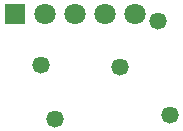
<source format=gbs>
G04*
G04 #@! TF.GenerationSoftware,Altium Limited,Altium Designer,21.2.2 (38)*
G04*
G04 Layer_Color=16711935*
%FSLAX42Y42*%
%MOMM*%
G71*
G04*
G04 #@! TF.SameCoordinates,3077339D-DC90-483C-9222-5C5CAF03B3EF*
G04*
G04*
G04 #@! TF.FilePolarity,Negative*
G04*
G01*
G75*
%ADD24C,1.80*%
%ADD25R,1.80X1.80*%
%ADD26C,1.47*%
D24*
X1140Y1460D02*
D03*
X886D02*
D03*
X1394D02*
D03*
X1648D02*
D03*
D25*
X632D02*
D03*
D26*
X851Y1027D02*
D03*
X1522Y1009D02*
D03*
X968Y567D02*
D03*
X1946Y600D02*
D03*
X1839Y1398D02*
D03*
M02*

</source>
